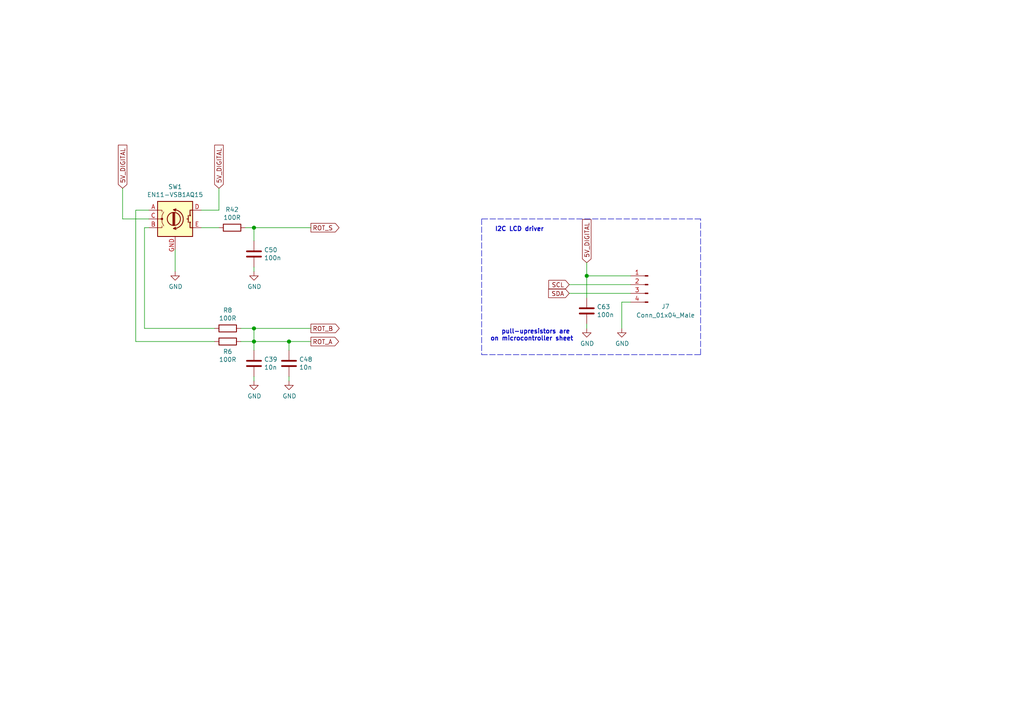
<source format=kicad_sch>
(kicad_sch (version 20231120) (generator "eeschema") (generator_version "8.0")
  (paper "A4")
  (lib_symbols
    (symbol "Connector:Conn_01x04_Male" (pin_names (offset 1.016) hide)
      (property "Reference" "J" (at 0 5.08 0))
      (property "Value" "Conn_01x04_Male" (at 0 -7.62 0))
      (symbol "Conn_01x04_Male_1_1"
        (polyline (pts (xy 1.27 -5.08) (xy 0.8636 -5.08)) (stroke (width 0.1524)))
        (polyline (pts (xy 1.27 -2.54) (xy 0.8636 -2.54)) (stroke (width 0.1524)))
        (polyline (pts (xy 1.27 0) (xy 0.8636 0)) (stroke (width 0.1524)))
        (polyline (pts (xy 1.27 2.54) (xy 0.8636 2.54)) (stroke (width 0.1524)))
        (rectangle (start 0.8636 -4.953) (end 0 -5.207) (stroke (width 0.1524)) (fill (type outline)))
        (rectangle (start 0.8636 -2.413) (end 0 -2.667) (stroke (width 0.1524)) (fill (type outline)))
        (rectangle (start 0.8636 0.127) (end 0 -0.127) (stroke (width 0.1524)) (fill (type outline)))
        (rectangle (start 0.8636 2.667) (end 0 2.413) (stroke (width 0.1524)) (fill (type outline)))
        (pin passive line (at 5.08 2.54 180) (length 3.81) (name "Pin_1") (number "1"))
        (pin passive line (at 5.08 0 180) (length 3.81) (name "Pin_2") (number "2"))
        (pin passive line (at 5.08 -2.54 180) (length 3.81) (name "Pin_3") (number "3"))
        (pin passive line (at 5.08 -5.08 180) (length 3.81) (name "Pin_4") (number "4"))
      )
    )
    (symbol "Device:C" (pin_numbers hide) (pin_names (offset 0.254))
      (property "Reference" "C" (at 0.635 2.54 0))
      (property "Value" "C" (at 0.635 -2.54 0))
      (symbol "C_0_1"
        (polyline (pts (xy -2.032 -0.762) (xy 2.032 -0.762)) (stroke (width 0.508)))
        (polyline (pts (xy -2.032 0.762) (xy 2.032 0.762)) (stroke (width 0.508)))
      )
      (symbol "C_1_1"
        (pin passive line (at 0 3.81 270) (length 2.794) (name "~") (number "1"))
        (pin passive line (at 0 -3.81 90) (length 2.794) (name "~") (number "2"))
      )
    )
    (symbol "Device:R" (pin_numbers hide) (pin_names (offset 0))
      (property "Reference" "R" (at 2.032 0 90))
      (property "Value" "R" (at 0 0 90))
      (symbol "R_0_1"
        (rectangle (start -1.016 -2.54) (end 1.016 2.54) (stroke (width 0.254)))
      )
      (symbol "R_1_1"
        (pin passive line (at 0 3.81 270) (length 1.27) (name "~") (number "1"))
        (pin passive line (at 0 -3.81 90) (length 1.27) (name "~") (number "2"))
      )
    )
    (symbol "NumericallyControlledOscillator:EN11-VSB1AQ15" (pin_names (offset 1.016) hide)
      (property "Reference" "SW" (at 0 0 0))
      (property "Value" "EN11-VSB1AQ15" (at 0 -1.27 0))
      (symbol "EN11-VSB1AQ15_0_1"
        (polyline (pts (xy 0 -13.97) (xy 0 -12.7)))
      )
      (symbol "EN11-VSB1AQ15_1_1"
        (rectangle (start -5.08 -2.54) (end 5.08 -12.7) (stroke (width 0.254)) (fill (type background)))
        (circle (center -3.81 -7.62) (radius 0.254) (fill (type outline)))
        (arc (start -0.381 -10.414) (mid 2.3376 -7.6835) (end -0.381 -4.953) (stroke (width 0.254)))
        (circle (center -0.381 -7.62) (radius 1.905) (stroke (width 0.254)))
        (polyline (pts (xy -0.635 -9.398) (xy -0.635 -5.842)) (stroke (width 0.254)))
        (polyline (pts (xy -0.381 -9.398) (xy -0.381 -5.842)) (stroke (width 0.254)))
        (polyline (pts (xy -0.127 -5.842) (xy -0.127 -9.398)) (stroke (width 0.254)))
        (polyline (pts (xy 3.81 -7.62) (xy 3.429 -7.62)) (stroke (width 0.254)))
        (polyline (pts (xy 3.81 -6.604) (xy 3.81 -8.636)) (stroke (width 0.254)))
        (polyline (pts (xy -5.08 -10.16) (xy -3.81 -10.16) (xy -3.81 -9.652)))
        (polyline (pts (xy -5.08 -5.08) (xy -3.81 -5.08) (xy -3.81 -5.588)))
        (polyline (pts (xy 0.254 -10.668) (xy -0.508 -10.414) (xy 0.127 -10.033)) (stroke (width 0.254)))
        (polyline (pts (xy 0.254 -4.699) (xy -0.508 -4.953) (xy 0.127 -5.334)) (stroke (width 0.254)))
        (polyline (pts (xy 5.08 -10.16) (xy 4.318 -10.16) (xy 4.318 -8.636)) (stroke (width 0.254)))
        (polyline (pts (xy 5.08 -5.08) (xy 4.318 -5.08) (xy 4.318 -6.604)) (stroke (width 0.254)))
        (polyline (pts (xy -5.08 -7.62) (xy -3.81 -7.62) (xy -3.81 -8.636) (xy -3.302 -9.652)))
        (polyline (pts (xy -4.318 -7.62) (xy -3.81 -7.62) (xy -3.81 -6.604) (xy -3.302 -5.588)))
        (circle (center 4.318 -8.636) (radius 0.127) (stroke (width 0.254)))
        (circle (center 4.318 -6.604) (radius 0.127) (stroke (width 0.254)))
        (pin passive line (at -7.62 -5.08 0) (length 2.54) (name "A") (number "A"))
        (pin passive line (at -7.62 -10.16 0) (length 2.54) (name "B") (number "B"))
        (pin passive line (at -7.62 -7.62 0) (length 2.54) (name "C") (number "C"))
        (pin passive line (at 7.62 -5.08 180) (length 2.54) (name "D") (number "D"))
        (pin passive line (at 7.62 -10.16 180) (length 2.54) (name "E") (number "E"))
        (pin input line (at 0 -16.51 90) (length 2.54) (name "GND") (number "GND"))
      )
    )
    (symbol "power:GND" (power) (pin_names (offset 0))
      (property "Value" "GND" (at 0 -3.81 0))
      (symbol "GND_0_1"
        (polyline (pts (xy 0 0) (xy 0 -1.27) (xy 1.27 -1.27) (xy 0 -2.54) (xy -1.27 -1.27) (xy 0 -1.27)))
      )
      (symbol "GND_1_1"
        (pin power_in line (at 0 0 270) (length 0) hide (name "GND") (number "1"))
      )
    )
  )
  (junction (at 83.82 99.06) (diameter 1.016))
  (junction (at 73.66 95.25) (diameter 1.016))
  (junction (at 73.66 99.06) (diameter 1.016))
  (junction (at 73.66 66.04) (diameter 1.016))
  (junction (at 170.18 80.01) (diameter 1.016))
  (wire (pts (xy 182.88 87.63) (xy 180.34 87.63)))
  (wire (pts (xy 71.12 66.04) (xy 73.66 66.04)))
  (wire (pts (xy 165.1 85.09) (xy 182.88 85.09)))
  (wire (pts (xy 50.8 78.74) (xy 50.8 72.39)))
  (polyline (pts (xy 203.2 102.87) (xy 203.2 63.5)) (stroke (width 0) (type dash)))
  (wire (pts (xy 83.82 99.06) (xy 83.82 101.6)))
  (wire (pts (xy 83.82 110.49) (xy 83.82 109.22)))
  (wire (pts (xy 73.66 66.04) (xy 73.66 69.85)))
  (polyline (pts (xy 139.7 102.87) (xy 203.2 102.87)) (stroke (width 0) (type dash)))
  (wire (pts (xy 73.66 95.25) (xy 90.17 95.25)))
  (wire (pts (xy 39.37 60.96) (xy 39.37 99.06)))
  (wire (pts (xy 73.66 95.25) (xy 73.66 99.06)))
  (wire (pts (xy 73.66 99.06) (xy 73.66 101.6)))
  (wire (pts (xy 73.66 99.06) (xy 83.82 99.06)))
  (wire (pts (xy 73.66 78.74) (xy 73.66 77.47)))
  (polyline (pts (xy 139.7 63.5) (xy 139.7 102.87)) (stroke (width 0) (type dash)))
  (wire (pts (xy 73.66 110.49) (xy 73.66 109.22)))
  (wire (pts (xy 73.66 66.04) (xy 90.17 66.04)))
  (wire (pts (xy 69.85 99.06) (xy 73.66 99.06)))
  (wire (pts (xy 35.56 63.5) (xy 35.56 54.61)))
  (wire (pts (xy 39.37 99.06) (xy 62.23 99.06)))
  (wire (pts (xy 83.82 99.06) (xy 90.17 99.06)))
  (wire (pts (xy 58.42 60.96) (xy 63.5 60.96)))
  (wire (pts (xy 182.88 80.01) (xy 170.18 80.01)))
  (wire (pts (xy 58.42 66.04) (xy 63.5 66.04)))
  (wire (pts (xy 165.1 82.55) (xy 182.88 82.55)))
  (wire (pts (xy 39.37 60.96) (xy 43.18 60.96)))
  (wire (pts (xy 170.18 86.36) (xy 170.18 80.01)))
  (wire (pts (xy 170.18 80.01) (xy 170.18 76.2)))
  (wire (pts (xy 43.18 63.5) (xy 35.56 63.5)))
  (polyline (pts (xy 203.2 63.5) (xy 139.7 63.5)) (stroke (width 0) (type dash)))
  (wire (pts (xy 69.85 95.25) (xy 73.66 95.25)))
  (wire (pts (xy 41.91 95.25) (xy 62.23 95.25)))
  (wire (pts (xy 180.34 87.63) (xy 180.34 95.25)))
  (wire (pts (xy 63.5 60.96) (xy 63.5 54.61)))
  (wire (pts (xy 41.91 66.04) (xy 41.91 95.25)))
  (wire (pts (xy 170.18 95.25) (xy 170.18 93.98)))
  (wire (pts (xy 43.18 66.04) (xy 41.91 66.04)))
  (text "pull-upresistors are \non microcontroller sheet" (at 166.37 99.06 0) (effects (font (size 1.27 1.27) (thickness 0.254) (bold yes)) (justify right bottom)))
  (text "I2C LCD driver" (at 143.51 67.31 0) (effects (font (size 1.27 1.27) (thickness 0.254) (bold yes)) (justify left bottom)))
  (global_label "5V_DIGITAL" (shape input) (at 170.18 76.2 90) (property "Intersheetrefs" "${INTERSHEET_REFS}" (effects (hide yes))))
  (global_label "ROT_S" (shape output) (at 90.17 66.04 0) (property "Intersheetrefs" "${INTERSHEET_REFS}" (effects (hide yes))))
  (global_label "ROT_A" (shape output) (at 90.17 99.06 0) (property "Intersheetrefs" "${INTERSHEET_REFS}" (effects (hide yes))))
  (global_label "SDA" (shape input) (at 165.1 85.09 180) (property "Intersheetrefs" "${INTERSHEET_REFS}" (effects (hide yes))))
  (global_label "5V_DIGITAL" (shape input) (at 63.5 54.61 90) (property "Intersheetrefs" "${INTERSHEET_REFS}" (effects (hide yes))))
  (global_label "SCL" (shape input) (at 165.1 82.55 180) (property "Intersheetrefs" "${INTERSHEET_REFS}" (effects (hide yes))))
  (global_label "ROT_B" (shape output) (at 90.17 95.25 0) (property "Intersheetrefs" "${INTERSHEET_REFS}" (effects (hide yes))))
  (global_label "5V_DIGITAL" (shape input) (at 35.56 54.61 90) (property "Intersheetrefs" "${INTERSHEET_REFS}" (effects (hide yes))))
  (symbol (lib_id "Connector:Conn_01x04_Male") (at 187.96 82.55 0) (mirror y) (unit 1)
    (property "Reference" "J7" (at 193.04 88.9 0))
    (property "Value" "Conn_01x04_Male" (at 193.04 91.44 0))
    (property "Footprint" "Connector_PinHeader_2.54mm:PinHeader_1x04_P2.54mm_Vertical" (effects (hide yes)))
  )
  (symbol (lib_id "Device:R") (at 67.31 66.04 270) (unit 1)
    (property "Reference" "R42" (at 67.31 60.7822 90))
    (property "Value" "100R" (at 67.31 63.0936 90))
    (property "Footprint" "Resistor_SMD:R_0402_1005Metric" (effects (hide yes)))
  )
  (symbol (lib_id "power:GND") (at 180.34 95.25 0) (unit 1)
    (property "Reference" "#PWR075" (effects (hide yes)))
    (property "Value" "GND" (at 180.467 99.6442 0))
  )
  (symbol (lib_id "Device:C") (at 73.66 73.66 0) (unit 1)
    (property "Reference" "C50" (at 76.581 72.4916 0) (effects (justify left)))
    (property "Value" "100n" (at 76.581 74.803 0) (effects (justify left)))
    (property "Footprint" "Capacitor_SMD:C_0402_1005Metric" (effects (hide yes)))
  )
  (symbol (lib_id "power:GND") (at 73.66 78.74 0) (unit 1)
    (property "Reference" "#PWR078" (effects (hide yes)))
    (property "Value" "GND" (at 73.787 83.1342 0))
  )
  (symbol (lib_id "Device:R") (at 66.04 99.06 270) (unit 1)
    (property "Reference" "R6" (at 66.04 101.981 90))
    (property "Value" "100R" (at 66.04 104.2924 90))
    (property "Footprint" "Resistor_SMD:R_0402_1005Metric" (effects (hide yes)))
  )
  (symbol (lib_id "Device:C") (at 83.82 105.41 0) (unit 1)
    (property "Reference" "C48" (at 86.741 104.2416 0) (effects (justify left)))
    (property "Value" "10n" (at 86.741 106.553 0) (effects (justify left)))
    (property "Footprint" "Capacitor_SMD:C_0402_1005Metric" (effects (hide yes)))
  )
  (symbol (lib_id "power:GND") (at 83.82 110.49 0) (unit 1)
    (property "Reference" "#PWR069" (effects (hide yes)))
    (property "Value" "GND" (at 83.947 114.8842 0))
  )
  (symbol (lib_id "Device:R") (at 66.04 95.25 270) (unit 1)
    (property "Reference" "R8" (at 66.04 89.9922 90))
    (property "Value" "100R" (at 66.04 92.3036 90))
    (property "Footprint" "Resistor_SMD:R_0402_1005Metric" (effects (hide yes)))
  )
  (symbol (lib_id "Device:C") (at 73.66 105.41 0) (unit 1)
    (property "Reference" "C39" (at 76.581 104.2416 0) (effects (justify left)))
    (property "Value" "10n" (at 76.581 106.553 0) (effects (justify left)))
    (property "Footprint" "Capacitor_SMD:C_0402_1005Metric" (effects (hide yes)))
  )
  (symbol (lib_id "power:GND") (at 73.66 110.49 0) (unit 1)
    (property "Reference" "#PWR050" (effects (hide yes)))
    (property "Value" "GND" (at 73.787 114.8842 0))
  )
  (symbol (lib_id "NumericallyControlledOscillator:EN11-VSB1AQ15") (at 50.8 55.88 0) (unit 1)
    (property "Reference" "SW1" (at 50.8 54.1782 0))
    (property "Value" "EN11-VSB1AQ15" (at 50.8 56.4896 0))
    (property "Footprint" "DDSFunctionGenerator:EN11-VNB1BQ15" (effects (hide yes)))
  )
  (symbol (lib_id "power:GND") (at 50.8 78.74 0) (unit 1)
    (property "Reference" "#PWR055" (effects (hide yes)))
    (property "Value" "GND" (at 50.927 83.1342 0))
  )
  (symbol (lib_id "Device:C") (at 170.18 90.17 0) (unit 1)
    (property "Reference" "C63" (at 173.101 89.0016 0) (effects (justify left)))
    (property "Value" "100n" (at 173.101 91.313 0) (effects (justify left)))
    (property "Footprint" "Capacitor_SMD:C_0402_1005Metric" (effects (hide yes)))
  )
  (symbol (lib_id "power:GND") (at 170.18 95.25 0) (unit 1)
    (property "Reference" "#PWR081" (effects (hide yes)))
    (property "Value" "GND" (at 170.307 99.6442 0))
  )
)
</source>
